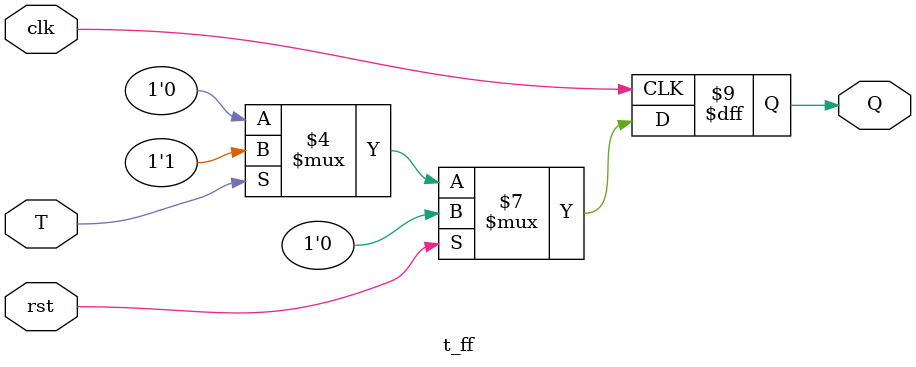
<source format=v>
module t_ff (input wire T, input wire clk, input wire rst, output reg Q);


always @(posedge clk) begin
		Q = 1'b0;
	if (rst)
		Q <= 1'b0;   // toggle
	else if (T)
		Q <= ~Q;	//hold
	else
		Q <= Q;
end
endmodule
</source>
